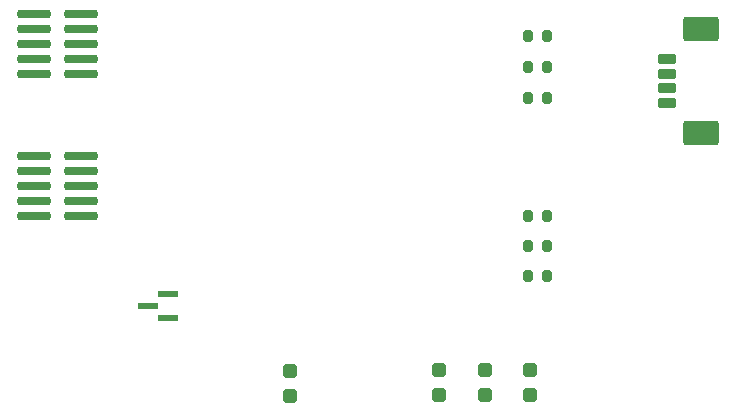
<source format=gbr>
%TF.GenerationSoftware,KiCad,Pcbnew,7.0.8*%
%TF.CreationDate,2024-08-14T14:07:48-06:00*%
%TF.ProjectId,blackpill_carrier,626c6163-6b70-4696-9c6c-5f6361727269,1.0*%
%TF.SameCoordinates,Original*%
%TF.FileFunction,Paste,Top*%
%TF.FilePolarity,Positive*%
%FSLAX46Y46*%
G04 Gerber Fmt 4.6, Leading zero omitted, Abs format (unit mm)*
G04 Created by KiCad (PCBNEW 7.0.8) date 2024-08-14 14:07:48*
%MOMM*%
%LPD*%
G01*
G04 APERTURE LIST*
G04 Aperture macros list*
%AMRoundRect*
0 Rectangle with rounded corners*
0 $1 Rounding radius*
0 $2 $3 $4 $5 $6 $7 $8 $9 X,Y pos of 4 corners*
0 Add a 4 corners polygon primitive as box body*
4,1,4,$2,$3,$4,$5,$6,$7,$8,$9,$2,$3,0*
0 Add four circle primitives for the rounded corners*
1,1,$1+$1,$2,$3*
1,1,$1+$1,$4,$5*
1,1,$1+$1,$6,$7*
1,1,$1+$1,$8,$9*
0 Add four rect primitives between the rounded corners*
20,1,$1+$1,$2,$3,$4,$5,0*
20,1,$1+$1,$4,$5,$6,$7,0*
20,1,$1+$1,$6,$7,$8,$9,0*
20,1,$1+$1,$8,$9,$2,$3,0*%
G04 Aperture macros list end*
%ADD10R,1.750000X0.600000*%
%ADD11RoundRect,0.200000X0.200000X0.275000X-0.200000X0.275000X-0.200000X-0.275000X0.200000X-0.275000X0*%
%ADD12RoundRect,0.300000X0.300000X-0.300000X0.300000X0.300000X-0.300000X0.300000X-0.300000X-0.300000X0*%
%ADD13RoundRect,0.185000X1.215000X-0.185000X1.215000X0.185000X-1.215000X0.185000X-1.215000X-0.185000X0*%
%ADD14RoundRect,0.200000X0.600000X-0.200000X0.600000X0.200000X-0.600000X0.200000X-0.600000X-0.200000X0*%
%ADD15RoundRect,0.250001X1.249999X-0.799999X1.249999X0.799999X-1.249999X0.799999X-1.249999X-0.799999X0*%
%ADD16RoundRect,0.185000X-1.215000X0.185000X-1.215000X-0.185000X1.215000X-0.185000X1.215000X0.185000X0*%
G04 APERTURE END LIST*
D10*
%TO.C,J1*%
X110081000Y-124984000D03*
X108331000Y-125984000D03*
X110081000Y-126984000D03*
%TD*%
D11*
%TO.C,R6*%
X142176000Y-103124000D03*
X140526000Y-103124000D03*
%TD*%
D12*
%TO.C,D1*%
X140716000Y-133511000D03*
X140716000Y-131411000D03*
%TD*%
D11*
%TO.C,R3*%
X142176000Y-120904000D03*
X140526000Y-120904000D03*
%TD*%
D13*
%TO.C,J2*%
X102711000Y-118364000D03*
X98711000Y-118364000D03*
X102711000Y-117094000D03*
X98711000Y-117094000D03*
X102711000Y-115824000D03*
X98711000Y-115824000D03*
X102711000Y-114554000D03*
X98711000Y-114554000D03*
X102711000Y-113284000D03*
X98711000Y-113284000D03*
%TD*%
D12*
%TO.C,D4*%
X132969000Y-133511000D03*
X132969000Y-131411000D03*
%TD*%
D11*
%TO.C,R5*%
X142176000Y-123444000D03*
X140526000Y-123444000D03*
%TD*%
%TO.C,R2*%
X142176000Y-105740200D03*
X140526000Y-105740200D03*
%TD*%
%TO.C,R1*%
X142176000Y-108331000D03*
X140526000Y-108331000D03*
%TD*%
D14*
%TO.C,J4*%
X152286000Y-108809000D03*
X152286000Y-107559000D03*
X152286000Y-106309000D03*
X152286000Y-105059000D03*
D15*
X155186000Y-111359000D03*
X155186000Y-102509000D03*
%TD*%
D16*
%TO.C,J3*%
X98711000Y-101219000D03*
X102711000Y-101219000D03*
X98711000Y-102489000D03*
X102711000Y-102489000D03*
X98711000Y-103759000D03*
X102711000Y-103759000D03*
X98711000Y-105029000D03*
X102711000Y-105029000D03*
X98711000Y-106299000D03*
X102711000Y-106299000D03*
%TD*%
D12*
%TO.C,D3*%
X120396000Y-133604000D03*
X120396000Y-131504000D03*
%TD*%
D11*
%TO.C,R4*%
X142176000Y-118364000D03*
X140526000Y-118364000D03*
%TD*%
D12*
%TO.C,D2*%
X136906000Y-133511000D03*
X136906000Y-131411000D03*
%TD*%
M02*

</source>
